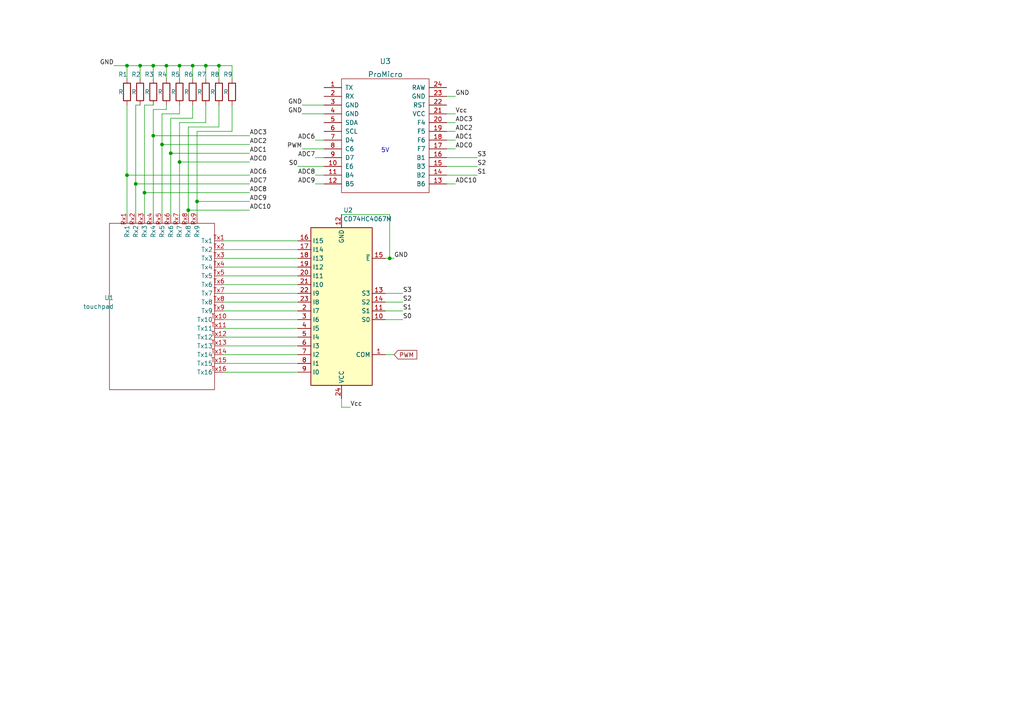
<source format=kicad_sch>
(kicad_sch (version 20211123) (generator eeschema)

  (uuid 13f36c5d-eaf0-4816-a8f0-e05f1446e7bc)

  (paper "A4")

  (lib_symbols
    (symbol "74xx:CD74HC4067M" (in_bom yes) (on_board yes)
      (property "Reference" "U" (id 0) (at -8.89 22.86 0)
        (effects (font (size 1.27 1.27)) (justify left))
      )
      (property "Value" "CD74HC4067M" (id 1) (at 1.27 22.86 0)
        (effects (font (size 1.27 1.27)) (justify left))
      )
      (property "Footprint" "Package_SO:SOIC-24W_7.5x15.4mm_P1.27mm" (id 2) (at 22.86 -25.4 0)
        (effects (font (size 1.27 1.27) italic) hide)
      )
      (property "Datasheet" "http://www.ti.com/lit/ds/symlink/cd74hc4067.pdf" (id 3) (at -8.89 21.59 0)
        (effects (font (size 1.27 1.27)) hide)
      )
      (property "ki_keywords" "multiplexer demultiplexer mux demux" (id 4) (at 0 0 0)
        (effects (font (size 1.27 1.27)) hide)
      )
      (property "ki_description" "High-Speed CMOS Logic 16-Channel Analog Multiplexer/Demultiplexer, SOIC-24" (id 5) (at 0 0 0)
        (effects (font (size 1.27 1.27)) hide)
      )
      (property "ki_fp_filters" "SOIC*W*7.5x15.4mm*P1.27mm*" (id 6) (at 0 0 0)
        (effects (font (size 1.27 1.27)) hide)
      )
      (symbol "CD74HC4067M_0_1"
        (rectangle (start -8.89 21.59) (end 8.89 -24.13)
          (stroke (width 0.254) (type default) (color 0 0 0 0))
          (fill (type background))
        )
      )
      (symbol "CD74HC4067M_1_1"
        (pin passive line (at -12.7 12.7 0) (length 3.81)
          (name "COM" (effects (font (size 1.27 1.27))))
          (number "1" (effects (font (size 1.27 1.27))))
        )
        (pin input line (at -12.7 2.54 0) (length 3.81)
          (name "S0" (effects (font (size 1.27 1.27))))
          (number "10" (effects (font (size 1.27 1.27))))
        )
        (pin input line (at -12.7 0 0) (length 3.81)
          (name "S1" (effects (font (size 1.27 1.27))))
          (number "11" (effects (font (size 1.27 1.27))))
        )
        (pin power_in line (at 0 -27.94 90) (length 3.81)
          (name "GND" (effects (font (size 1.27 1.27))))
          (number "12" (effects (font (size 1.27 1.27))))
        )
        (pin input line (at -12.7 -5.08 0) (length 3.81)
          (name "S3" (effects (font (size 1.27 1.27))))
          (number "13" (effects (font (size 1.27 1.27))))
        )
        (pin input line (at -12.7 -2.54 0) (length 3.81)
          (name "S2" (effects (font (size 1.27 1.27))))
          (number "14" (effects (font (size 1.27 1.27))))
        )
        (pin input line (at -12.7 -15.24 0) (length 3.81)
          (name "~{E}" (effects (font (size 1.27 1.27))))
          (number "15" (effects (font (size 1.27 1.27))))
        )
        (pin passive line (at 12.7 -20.32 180) (length 3.81)
          (name "I15" (effects (font (size 1.27 1.27))))
          (number "16" (effects (font (size 1.27 1.27))))
        )
        (pin passive line (at 12.7 -17.78 180) (length 3.81)
          (name "I14" (effects (font (size 1.27 1.27))))
          (number "17" (effects (font (size 1.27 1.27))))
        )
        (pin passive line (at 12.7 -15.24 180) (length 3.81)
          (name "I13" (effects (font (size 1.27 1.27))))
          (number "18" (effects (font (size 1.27 1.27))))
        )
        (pin passive line (at 12.7 -12.7 180) (length 3.81)
          (name "I12" (effects (font (size 1.27 1.27))))
          (number "19" (effects (font (size 1.27 1.27))))
        )
        (pin passive line (at 12.7 0 180) (length 3.81)
          (name "I7" (effects (font (size 1.27 1.27))))
          (number "2" (effects (font (size 1.27 1.27))))
        )
        (pin passive line (at 12.7 -10.16 180) (length 3.81)
          (name "I11" (effects (font (size 1.27 1.27))))
          (number "20" (effects (font (size 1.27 1.27))))
        )
        (pin passive line (at 12.7 -7.62 180) (length 3.81)
          (name "I10" (effects (font (size 1.27 1.27))))
          (number "21" (effects (font (size 1.27 1.27))))
        )
        (pin passive line (at 12.7 -5.08 180) (length 3.81)
          (name "I9" (effects (font (size 1.27 1.27))))
          (number "22" (effects (font (size 1.27 1.27))))
        )
        (pin passive line (at 12.7 -2.54 180) (length 3.81)
          (name "I8" (effects (font (size 1.27 1.27))))
          (number "23" (effects (font (size 1.27 1.27))))
        )
        (pin power_in line (at 0 25.4 270) (length 3.81)
          (name "VCC" (effects (font (size 1.27 1.27))))
          (number "24" (effects (font (size 1.27 1.27))))
        )
        (pin passive line (at 12.7 2.54 180) (length 3.81)
          (name "I6" (effects (font (size 1.27 1.27))))
          (number "3" (effects (font (size 1.27 1.27))))
        )
        (pin passive line (at 12.7 5.08 180) (length 3.81)
          (name "I5" (effects (font (size 1.27 1.27))))
          (number "4" (effects (font (size 1.27 1.27))))
        )
        (pin passive line (at 12.7 7.62 180) (length 3.81)
          (name "I4" (effects (font (size 1.27 1.27))))
          (number "5" (effects (font (size 1.27 1.27))))
        )
        (pin passive line (at 12.7 10.16 180) (length 3.81)
          (name "I3" (effects (font (size 1.27 1.27))))
          (number "6" (effects (font (size 1.27 1.27))))
        )
        (pin passive line (at 12.7 12.7 180) (length 3.81)
          (name "I2" (effects (font (size 1.27 1.27))))
          (number "7" (effects (font (size 1.27 1.27))))
        )
        (pin passive line (at 12.7 15.24 180) (length 3.81)
          (name "I1" (effects (font (size 1.27 1.27))))
          (number "8" (effects (font (size 1.27 1.27))))
        )
        (pin passive line (at 12.7 17.78 180) (length 3.81)
          (name "I0" (effects (font (size 1.27 1.27))))
          (number "9" (effects (font (size 1.27 1.27))))
        )
      )
    )
    (symbol "Device:R" (pin_numbers hide) (pin_names (offset 0)) (in_bom yes) (on_board yes)
      (property "Reference" "R" (id 0) (at 2.032 0 90)
        (effects (font (size 1.27 1.27)))
      )
      (property "Value" "R" (id 1) (at 0 0 90)
        (effects (font (size 1.27 1.27)))
      )
      (property "Footprint" "" (id 2) (at -1.778 0 90)
        (effects (font (size 1.27 1.27)) hide)
      )
      (property "Datasheet" "~" (id 3) (at 0 0 0)
        (effects (font (size 1.27 1.27)) hide)
      )
      (property "ki_keywords" "R res resistor" (id 4) (at 0 0 0)
        (effects (font (size 1.27 1.27)) hide)
      )
      (property "ki_description" "Resistor" (id 5) (at 0 0 0)
        (effects (font (size 1.27 1.27)) hide)
      )
      (property "ki_fp_filters" "R_*" (id 6) (at 0 0 0)
        (effects (font (size 1.27 1.27)) hide)
      )
      (symbol "R_0_1"
        (rectangle (start -1.016 -2.54) (end 1.016 2.54)
          (stroke (width 0.254) (type default) (color 0 0 0 0))
          (fill (type none))
        )
      )
      (symbol "R_1_1"
        (pin passive line (at 0 3.81 270) (length 1.27)
          (name "~" (effects (font (size 1.27 1.27))))
          (number "1" (effects (font (size 1.27 1.27))))
        )
        (pin passive line (at 0 -3.81 90) (length 1.27)
          (name "~" (effects (font (size 1.27 1.27))))
          (number "2" (effects (font (size 1.27 1.27))))
        )
      )
    )
    (symbol "promicro:ProMicro" (pin_names (offset 1.016)) (in_bom yes) (on_board yes)
      (property "Reference" "U" (id 0) (at 0 24.13 0)
        (effects (font (size 1.524 1.524)))
      )
      (property "Value" "ProMicro" (id 1) (at 0 -13.97 0)
        (effects (font (size 1.524 1.524)))
      )
      (property "Footprint" "" (id 2) (at 2.54 -26.67 0)
        (effects (font (size 1.524 1.524)))
      )
      (property "Datasheet" "" (id 3) (at 2.54 -26.67 0)
        (effects (font (size 1.524 1.524)))
      )
      (symbol "ProMicro_0_1"
        (rectangle (start -12.7 21.59) (end 12.7 -11.43)
          (stroke (width 0) (type default) (color 0 0 0 0))
          (fill (type none))
        )
      )
      (symbol "ProMicro_1_1"
        (pin bidirectional line (at -17.78 19.05 0) (length 5.08)
          (name "TX" (effects (font (size 1.27 1.27))))
          (number "1" (effects (font (size 1.27 1.27))))
        )
        (pin bidirectional line (at -17.78 -3.81 0) (length 5.08)
          (name "E6" (effects (font (size 1.27 1.27))))
          (number "10" (effects (font (size 1.27 1.27))))
        )
        (pin bidirectional line (at -17.78 -6.35 0) (length 5.08)
          (name "B4" (effects (font (size 1.27 1.27))))
          (number "11" (effects (font (size 1.27 1.27))))
        )
        (pin bidirectional line (at -17.78 -8.89 0) (length 5.08)
          (name "B5" (effects (font (size 1.27 1.27))))
          (number "12" (effects (font (size 1.27 1.27))))
        )
        (pin bidirectional line (at 17.78 -8.89 180) (length 5.08)
          (name "B6" (effects (font (size 1.27 1.27))))
          (number "13" (effects (font (size 1.27 1.27))))
        )
        (pin bidirectional line (at 17.78 -6.35 180) (length 5.08)
          (name "B2" (effects (font (size 1.27 1.27))))
          (number "14" (effects (font (size 1.27 1.27))))
        )
        (pin bidirectional line (at 17.78 -3.81 180) (length 5.08)
          (name "B3" (effects (font (size 1.27 1.27))))
          (number "15" (effects (font (size 1.27 1.27))))
        )
        (pin bidirectional line (at 17.78 -1.27 180) (length 5.08)
          (name "B1" (effects (font (size 1.27 1.27))))
          (number "16" (effects (font (size 1.27 1.27))))
        )
        (pin bidirectional line (at 17.78 1.27 180) (length 5.08)
          (name "F7" (effects (font (size 1.27 1.27))))
          (number "17" (effects (font (size 1.27 1.27))))
        )
        (pin bidirectional line (at 17.78 3.81 180) (length 5.08)
          (name "F6" (effects (font (size 1.27 1.27))))
          (number "18" (effects (font (size 1.27 1.27))))
        )
        (pin bidirectional line (at 17.78 6.35 180) (length 5.08)
          (name "F5" (effects (font (size 1.27 1.27))))
          (number "19" (effects (font (size 1.27 1.27))))
        )
        (pin bidirectional line (at -17.78 16.51 0) (length 5.08)
          (name "RX" (effects (font (size 1.27 1.27))))
          (number "2" (effects (font (size 1.27 1.27))))
        )
        (pin bidirectional line (at 17.78 8.89 180) (length 5.08)
          (name "F4" (effects (font (size 1.27 1.27))))
          (number "20" (effects (font (size 1.27 1.27))))
        )
        (pin power_in line (at 17.78 11.43 180) (length 5.08)
          (name "VCC" (effects (font (size 1.27 1.27))))
          (number "21" (effects (font (size 1.27 1.27))))
        )
        (pin input line (at 17.78 13.97 180) (length 5.08)
          (name "RST" (effects (font (size 1.27 1.27))))
          (number "22" (effects (font (size 1.27 1.27))))
        )
        (pin power_in line (at 17.78 16.51 180) (length 5.08)
          (name "GND" (effects (font (size 1.27 1.27))))
          (number "23" (effects (font (size 1.27 1.27))))
        )
        (pin power_out line (at 17.78 19.05 180) (length 5.08)
          (name "RAW" (effects (font (size 1.27 1.27))))
          (number "24" (effects (font (size 1.27 1.27))))
        )
        (pin power_in line (at -17.78 13.97 0) (length 5.08)
          (name "GND" (effects (font (size 1.27 1.27))))
          (number "3" (effects (font (size 1.27 1.27))))
        )
        (pin power_in line (at -17.78 11.43 0) (length 5.08)
          (name "GND" (effects (font (size 1.27 1.27))))
          (number "4" (effects (font (size 1.27 1.27))))
        )
        (pin bidirectional line (at -17.78 8.89 0) (length 5.08)
          (name "SDA" (effects (font (size 1.27 1.27))))
          (number "5" (effects (font (size 1.27 1.27))))
        )
        (pin bidirectional line (at -17.78 6.35 0) (length 5.08)
          (name "SCL" (effects (font (size 1.27 1.27))))
          (number "6" (effects (font (size 1.27 1.27))))
        )
        (pin bidirectional line (at -17.78 3.81 0) (length 5.08)
          (name "D4" (effects (font (size 1.27 1.27))))
          (number "7" (effects (font (size 1.27 1.27))))
        )
        (pin bidirectional line (at -17.78 1.27 0) (length 5.08)
          (name "C6" (effects (font (size 1.27 1.27))))
          (number "8" (effects (font (size 1.27 1.27))))
        )
        (pin bidirectional line (at -17.78 -1.27 0) (length 5.08)
          (name "D7" (effects (font (size 1.27 1.27))))
          (number "9" (effects (font (size 1.27 1.27))))
        )
      )
    )
    (symbol "touchpad_patten:touchpad" (in_bom yes) (on_board yes)
      (property "Reference" "U" (id 0) (at -16.51 -13.97 0)
        (effects (font (size 1.27 1.27)))
      )
      (property "Value" "touchpad" (id 1) (at -15.24 -16.51 0)
        (effects (font (size 1.27 1.27)))
      )
      (property "Footprint" "" (id 2) (at 15.24 0 0)
        (effects (font (size 1.27 1.27)) hide)
      )
      (property "Datasheet" "" (id 3) (at 15.24 0 0)
        (effects (font (size 1.27 1.27)) hide)
      )
      (symbol "touchpad_0_1"
        (rectangle (start -30.48 0) (end 0 -48.26)
          (stroke (width 0) (type default) (color 0 0 0 0))
          (fill (type none))
        )
      )
      (symbol "touchpad_1_1"
        (pin output line (at -25.4 2.54 270) (length 2.54)
          (name "Rx1" (effects (font (size 1.27 1.27))))
          (number "Rx1" (effects (font (size 1.27 1.27))))
        )
        (pin output line (at -22.86 2.54 270) (length 2.54)
          (name "Rx2" (effects (font (size 1.27 1.27))))
          (number "Rx2" (effects (font (size 1.27 1.27))))
        )
        (pin output line (at -20.32 2.54 270) (length 2.54)
          (name "Rx3" (effects (font (size 1.27 1.27))))
          (number "Rx3" (effects (font (size 1.27 1.27))))
        )
        (pin output line (at -17.78 2.54 270) (length 2.54)
          (name "Rx4" (effects (font (size 1.27 1.27))))
          (number "Rx4" (effects (font (size 1.27 1.27))))
        )
        (pin output line (at -15.24 2.54 270) (length 2.54)
          (name "Rx5" (effects (font (size 1.27 1.27))))
          (number "Rx5" (effects (font (size 1.27 1.27))))
        )
        (pin output line (at -12.7 2.54 270) (length 2.54)
          (name "Rx6" (effects (font (size 1.27 1.27))))
          (number "Rx6" (effects (font (size 1.27 1.27))))
        )
        (pin output line (at -10.16 2.54 270) (length 2.54)
          (name "Rx7" (effects (font (size 1.27 1.27))))
          (number "Rx7" (effects (font (size 1.27 1.27))))
        )
        (pin output line (at -7.62 2.54 270) (length 2.54)
          (name "Rx8" (effects (font (size 1.27 1.27))))
          (number "Rx8" (effects (font (size 1.27 1.27))))
        )
        (pin output line (at -5.08 2.54 270) (length 2.54)
          (name "Rx9" (effects (font (size 1.27 1.27))))
          (number "Rx9" (effects (font (size 1.27 1.27))))
        )
        (pin input line (at 2.54 -5.08 180) (length 2.54)
          (name "Tx1" (effects (font (size 1.27 1.27))))
          (number "Tx1" (effects (font (size 1.27 1.27))))
        )
        (pin input line (at 2.54 -27.94 180) (length 2.54)
          (name "Tx10" (effects (font (size 1.27 1.27))))
          (number "Tx10" (effects (font (size 1.27 1.27))))
        )
        (pin input line (at 2.54 -30.48 180) (length 2.54)
          (name "Tx11" (effects (font (size 1.27 1.27))))
          (number "Tx11" (effects (font (size 1.27 1.27))))
        )
        (pin input line (at 2.54 -33.02 180) (length 2.54)
          (name "Tx12" (effects (font (size 1.27 1.27))))
          (number "Tx12" (effects (font (size 1.27 1.27))))
        )
        (pin input line (at 2.54 -35.56 180) (length 2.54)
          (name "Tx13" (effects (font (size 1.27 1.27))))
          (number "Tx13" (effects (font (size 1.27 1.27))))
        )
        (pin input line (at 2.54 -38.1 180) (length 2.54)
          (name "Tx14" (effects (font (size 1.27 1.27))))
          (number "Tx14" (effects (font (size 1.27 1.27))))
        )
        (pin input line (at 2.54 -40.64 180) (length 2.54)
          (name "Tx15" (effects (font (size 1.27 1.27))))
          (number "Tx15" (effects (font (size 1.27 1.27))))
        )
        (pin input line (at 2.54 -43.18 180) (length 2.54)
          (name "Tx16" (effects (font (size 1.27 1.27))))
          (number "Tx16" (effects (font (size 1.27 1.27))))
        )
        (pin input line (at 2.54 -7.62 180) (length 2.54)
          (name "Tx2" (effects (font (size 1.27 1.27))))
          (number "Tx2" (effects (font (size 1.27 1.27))))
        )
        (pin input line (at 2.54 -10.16 180) (length 2.54)
          (name "Tx3" (effects (font (size 1.27 1.27))))
          (number "Tx3" (effects (font (size 1.27 1.27))))
        )
        (pin input line (at 2.54 -12.7 180) (length 2.54)
          (name "Tx4" (effects (font (size 1.27 1.27))))
          (number "Tx4" (effects (font (size 1.27 1.27))))
        )
        (pin input line (at 2.54 -15.24 180) (length 2.54)
          (name "Tx5" (effects (font (size 1.27 1.27))))
          (number "Tx5" (effects (font (size 1.27 1.27))))
        )
        (pin input line (at 2.54 -17.78 180) (length 2.54)
          (name "Tx6" (effects (font (size 1.27 1.27))))
          (number "Tx6" (effects (font (size 1.27 1.27))))
        )
        (pin input line (at 2.54 -20.32 180) (length 2.54)
          (name "Tx7" (effects (font (size 1.27 1.27))))
          (number "Tx7" (effects (font (size 1.27 1.27))))
        )
        (pin input line (at 2.54 -22.86 180) (length 2.54)
          (name "Tx8" (effects (font (size 1.27 1.27))))
          (number "Tx8" (effects (font (size 1.27 1.27))))
        )
        (pin input line (at 2.54 -25.4 180) (length 2.54)
          (name "Tx9" (effects (font (size 1.27 1.27))))
          (number "Tx9" (effects (font (size 1.27 1.27))))
        )
      )
    )
  )

  (junction (at 39.37 53.34) (diameter 0) (color 0 0 0 0)
    (uuid 0ae44261-0d97-4b3c-8920-0411f67ef10a)
  )
  (junction (at 44.45 19.05) (diameter 0) (color 0 0 0 0)
    (uuid 0b3e603c-f9a4-49b0-815b-885cbb9f9d8d)
  )
  (junction (at 49.53 44.45) (diameter 0) (color 0 0 0 0)
    (uuid 116f0727-e62a-4ab5-be7e-8462f9a21719)
  )
  (junction (at 57.15 58.42) (diameter 0) (color 0 0 0 0)
    (uuid 16cbadb2-9f99-4156-a54a-08cd119e84b2)
  )
  (junction (at 54.61 60.96) (diameter 0) (color 0 0 0 0)
    (uuid 1a24353b-a4dc-4ebe-be96-25ac1880f902)
  )
  (junction (at 59.69 19.05) (diameter 0) (color 0 0 0 0)
    (uuid 2a1b1eed-9edb-40de-9ca6-1841316130d4)
  )
  (junction (at 36.83 50.8) (diameter 0) (color 0 0 0 0)
    (uuid 40251ebd-2c59-4de3-ac26-44e1f2e589cb)
  )
  (junction (at 52.07 19.05) (diameter 0) (color 0 0 0 0)
    (uuid 54572172-af0a-4964-8e96-21021166387e)
  )
  (junction (at 55.88 19.05) (diameter 0) (color 0 0 0 0)
    (uuid 5fe52df5-17e5-4ff4-a28b-468311d77336)
  )
  (junction (at 52.07 46.99) (diameter 0) (color 0 0 0 0)
    (uuid 626e86aa-2b01-4681-90ae-245cfa28d87c)
  )
  (junction (at 36.83 19.05) (diameter 0) (color 0 0 0 0)
    (uuid 639c081a-72d4-437f-b85a-5cce9ff6f8aa)
  )
  (junction (at 46.99 41.91) (diameter 0) (color 0 0 0 0)
    (uuid 6839903e-b681-4ff5-b272-470d6586a655)
  )
  (junction (at 113.03 74.93) (diameter 0) (color 0 0 0 0)
    (uuid 6be85b98-5950-4493-8b0f-4ae08b27f34d)
  )
  (junction (at 44.45 39.37) (diameter 0) (color 0 0 0 0)
    (uuid 6d2f9489-72a0-4cfb-bb7f-5db3570f32c5)
  )
  (junction (at 40.64 19.05) (diameter 0) (color 0 0 0 0)
    (uuid 813c91e9-2267-4df9-b166-d26f32327a5f)
  )
  (junction (at 48.26 19.05) (diameter 0) (color 0 0 0 0)
    (uuid a03f3080-912d-41a4-9d8e-48e8b0956da0)
  )
  (junction (at 63.5 19.05) (diameter 0) (color 0 0 0 0)
    (uuid e40eeda0-6847-4305-ab1c-a33b858d4a7d)
  )
  (junction (at 41.91 55.88) (diameter 0) (color 0 0 0 0)
    (uuid ee689f75-7983-4766-958a-1afa33a1412b)
  )

  (wire (pts (xy 99.06 62.23) (xy 113.03 62.23))
    (stroke (width 0) (type default) (color 0 0 0 0))
    (uuid 02265acb-cfba-45f7-b65b-80904e1bfc2a)
  )
  (wire (pts (xy 64.77 90.17) (xy 86.36 90.17))
    (stroke (width 0) (type default) (color 0 0 0 0))
    (uuid 02ba4dce-adb4-4332-acdc-8b93b57ee307)
  )
  (wire (pts (xy 52.07 46.99) (xy 52.07 62.23))
    (stroke (width 0) (type default) (color 0 0 0 0))
    (uuid 035e277d-c021-44b4-b0a5-eeb8c733850d)
  )
  (wire (pts (xy 49.53 44.45) (xy 49.53 62.23))
    (stroke (width 0) (type default) (color 0 0 0 0))
    (uuid 0482a754-5d9e-4faa-b340-0a1960b68884)
  )
  (wire (pts (xy 64.77 74.93) (xy 86.36 74.93))
    (stroke (width 0) (type default) (color 0 0 0 0))
    (uuid 073539ac-637f-492b-8cd1-ce6d53c3f54a)
  )
  (wire (pts (xy 44.45 19.05) (xy 48.26 19.05))
    (stroke (width 0) (type default) (color 0 0 0 0))
    (uuid 0b246449-5a1d-497b-ac5e-952d9cece92d)
  )
  (wire (pts (xy 41.91 30.48) (xy 44.45 30.48))
    (stroke (width 0) (type default) (color 0 0 0 0))
    (uuid 0b8b82c8-7c56-4a05-8f27-5d129405a40e)
  )
  (wire (pts (xy 64.77 105.41) (xy 86.36 105.41))
    (stroke (width 0) (type default) (color 0 0 0 0))
    (uuid 122383d7-6258-4928-8694-952af57caa92)
  )
  (wire (pts (xy 44.45 19.05) (xy 44.45 22.86))
    (stroke (width 0) (type default) (color 0 0 0 0))
    (uuid 133a0c3b-b5b0-4413-85fd-1b05afc7d0d4)
  )
  (wire (pts (xy 91.44 50.8) (xy 93.98 50.8))
    (stroke (width 0) (type default) (color 0 0 0 0))
    (uuid 13c37377-3697-4bee-8c11-f96fc6656099)
  )
  (wire (pts (xy 64.77 107.95) (xy 86.36 107.95))
    (stroke (width 0) (type default) (color 0 0 0 0))
    (uuid 162195dc-a97f-4afb-b620-9cb85c8dfa0f)
  )
  (wire (pts (xy 48.26 19.05) (xy 52.07 19.05))
    (stroke (width 0) (type default) (color 0 0 0 0))
    (uuid 1af684e9-1a4f-4e97-bbcd-5a503ead2ff2)
  )
  (wire (pts (xy 99.06 118.11) (xy 99.06 115.57))
    (stroke (width 0) (type default) (color 0 0 0 0))
    (uuid 1c150a8b-c37f-4d65-83d0-15eea08d5290)
  )
  (wire (pts (xy 46.99 41.91) (xy 46.99 62.23))
    (stroke (width 0) (type default) (color 0 0 0 0))
    (uuid 1c79462e-7997-4c7f-9a68-246375d617f7)
  )
  (wire (pts (xy 72.39 55.88) (xy 41.91 55.88))
    (stroke (width 0) (type default) (color 0 0 0 0))
    (uuid 1d602004-0fde-4208-9090-cef2b1ca7f0e)
  )
  (wire (pts (xy 64.77 95.25) (xy 86.36 95.25))
    (stroke (width 0) (type default) (color 0 0 0 0))
    (uuid 1e50cf11-abde-48f8-b587-ba27273ed1ac)
  )
  (wire (pts (xy 99.06 118.11) (xy 101.6 118.11))
    (stroke (width 0) (type default) (color 0 0 0 0))
    (uuid 1e753e4c-af48-40f8-af30-20257dee69f0)
  )
  (wire (pts (xy 111.76 74.93) (xy 113.03 74.93))
    (stroke (width 0) (type default) (color 0 0 0 0))
    (uuid 266fb73a-f2a2-4fc9-a4e0-3f2392d5f7bd)
  )
  (wire (pts (xy 52.07 35.56) (xy 59.69 35.56))
    (stroke (width 0) (type default) (color 0 0 0 0))
    (uuid 27216d00-27b3-45ca-95e7-6018c713aa0f)
  )
  (wire (pts (xy 36.83 50.8) (xy 36.83 62.23))
    (stroke (width 0) (type default) (color 0 0 0 0))
    (uuid 2a05f5fb-1617-41cb-a74b-4df6e4fdf02c)
  )
  (wire (pts (xy 91.44 45.72) (xy 93.98 45.72))
    (stroke (width 0) (type default) (color 0 0 0 0))
    (uuid 2b412de8-60e2-4ebf-8ed0-d36f82f6659e)
  )
  (wire (pts (xy 67.31 19.05) (xy 67.31 22.86))
    (stroke (width 0) (type default) (color 0 0 0 0))
    (uuid 2c2dbfc6-02fd-4d0e-82db-5c581dff8048)
  )
  (wire (pts (xy 40.64 30.48) (xy 39.37 30.48))
    (stroke (width 0) (type default) (color 0 0 0 0))
    (uuid 3058f26d-fa7a-4530-8d75-4b3419106677)
  )
  (wire (pts (xy 54.61 60.96) (xy 54.61 62.23))
    (stroke (width 0) (type default) (color 0 0 0 0))
    (uuid 32e6c4ec-dbce-4dd0-8eb1-dd58690b8cfe)
  )
  (wire (pts (xy 52.07 46.99) (xy 72.39 46.99))
    (stroke (width 0) (type default) (color 0 0 0 0))
    (uuid 363fdcf9-2ab7-47f8-be58-df98689b8d25)
  )
  (wire (pts (xy 36.83 19.05) (xy 36.83 22.86))
    (stroke (width 0) (type default) (color 0 0 0 0))
    (uuid 37a724c2-f907-4ce8-838a-5c5c5a2bd99e)
  )
  (wire (pts (xy 64.77 97.79) (xy 86.36 97.79))
    (stroke (width 0) (type default) (color 0 0 0 0))
    (uuid 4214ed7d-03f0-48d8-b536-edf67ec81109)
  )
  (wire (pts (xy 59.69 19.05) (xy 63.5 19.05))
    (stroke (width 0) (type default) (color 0 0 0 0))
    (uuid 45d99877-6dc5-48ca-a0e4-74d7a62ca8c4)
  )
  (wire (pts (xy 44.45 39.37) (xy 72.39 39.37))
    (stroke (width 0) (type default) (color 0 0 0 0))
    (uuid 48f5e6d8-a6a3-4b59-afcc-74e051c3f30e)
  )
  (wire (pts (xy 63.5 19.05) (xy 63.5 22.86))
    (stroke (width 0) (type default) (color 0 0 0 0))
    (uuid 4cde2af1-0672-4555-a2f8-83e38662a782)
  )
  (wire (pts (xy 64.77 100.33) (xy 86.36 100.33))
    (stroke (width 0) (type default) (color 0 0 0 0))
    (uuid 4fb795fe-abf4-4f48-8c3a-cf4f56312eea)
  )
  (wire (pts (xy 40.64 19.05) (xy 44.45 19.05))
    (stroke (width 0) (type default) (color 0 0 0 0))
    (uuid 501695c0-dc5e-4635-b31e-60fddb213d17)
  )
  (wire (pts (xy 44.45 31.75) (xy 44.45 39.37))
    (stroke (width 0) (type default) (color 0 0 0 0))
    (uuid 54be1f35-24a8-4cfc-a390-83b4f1bceccf)
  )
  (wire (pts (xy 52.07 19.05) (xy 52.07 22.86))
    (stroke (width 0) (type default) (color 0 0 0 0))
    (uuid 551a20a7-d37d-476e-97d3-f108e3650ab3)
  )
  (wire (pts (xy 64.77 80.01) (xy 86.36 80.01))
    (stroke (width 0) (type default) (color 0 0 0 0))
    (uuid 57c66011-1821-4f90-a754-3a3acae41ad2)
  )
  (wire (pts (xy 39.37 53.34) (xy 72.39 53.34))
    (stroke (width 0) (type default) (color 0 0 0 0))
    (uuid 599de5af-a4ba-4b9d-911a-de589d0f1219)
  )
  (wire (pts (xy 91.44 53.34) (xy 93.98 53.34))
    (stroke (width 0) (type default) (color 0 0 0 0))
    (uuid 5bab0220-fc22-4e68-a0bb-a12d31aeb5db)
  )
  (wire (pts (xy 46.99 41.91) (xy 72.39 41.91))
    (stroke (width 0) (type default) (color 0 0 0 0))
    (uuid 5c02d952-a701-423d-9d59-f7c936f2e220)
  )
  (wire (pts (xy 111.76 102.87) (xy 114.3 102.87))
    (stroke (width 0) (type default) (color 0 0 0 0))
    (uuid 5e894210-c714-46c4-8bd8-9865e52ae4f1)
  )
  (wire (pts (xy 33.02 19.05) (xy 36.83 19.05))
    (stroke (width 0) (type default) (color 0 0 0 0))
    (uuid 6135bc37-714f-42a4-bf05-dbefdafb0c7f)
  )
  (wire (pts (xy 54.61 36.83) (xy 63.5 36.83))
    (stroke (width 0) (type default) (color 0 0 0 0))
    (uuid 62b8aefa-5f80-4b8b-a329-41e9dc74a20d)
  )
  (wire (pts (xy 55.88 19.05) (xy 59.69 19.05))
    (stroke (width 0) (type default) (color 0 0 0 0))
    (uuid 6314db23-a51e-466f-b7ee-b56c0c80015f)
  )
  (wire (pts (xy 63.5 19.05) (xy 67.31 19.05))
    (stroke (width 0) (type default) (color 0 0 0 0))
    (uuid 65ae820c-acdc-40aa-8538-1778b38795cb)
  )
  (wire (pts (xy 57.15 38.1) (xy 67.31 38.1))
    (stroke (width 0) (type default) (color 0 0 0 0))
    (uuid 695e14c7-cfa5-4df7-8e58-3c8263dca5ec)
  )
  (wire (pts (xy 64.77 87.63) (xy 86.36 87.63))
    (stroke (width 0) (type default) (color 0 0 0 0))
    (uuid 6a2e5c25-36c2-49be-a8ab-a6137cb31374)
  )
  (wire (pts (xy 48.26 31.75) (xy 44.45 31.75))
    (stroke (width 0) (type default) (color 0 0 0 0))
    (uuid 6a688a80-41bd-4ca2-a964-5d590bfdfa7a)
  )
  (wire (pts (xy 49.53 44.45) (xy 72.39 44.45))
    (stroke (width 0) (type default) (color 0 0 0 0))
    (uuid 6f16e585-c7c0-4903-ac10-d8616244b37c)
  )
  (wire (pts (xy 55.88 19.05) (xy 55.88 22.86))
    (stroke (width 0) (type default) (color 0 0 0 0))
    (uuid 72520104-7317-4c50-823e-7f83a36c0471)
  )
  (wire (pts (xy 55.88 30.48) (xy 55.88 34.29))
    (stroke (width 0) (type default) (color 0 0 0 0))
    (uuid 7324a346-1e51-43e5-9254-5985aaebc6c5)
  )
  (wire (pts (xy 87.63 30.48) (xy 93.98 30.48))
    (stroke (width 0) (type default) (color 0 0 0 0))
    (uuid 7a55cc01-66e6-4005-8ca9-72bce6c93faa)
  )
  (wire (pts (xy 40.64 19.05) (xy 40.64 22.86))
    (stroke (width 0) (type default) (color 0 0 0 0))
    (uuid 7d996ab1-9052-44f9-a8df-0298562dd9e4)
  )
  (wire (pts (xy 59.69 19.05) (xy 59.69 22.86))
    (stroke (width 0) (type default) (color 0 0 0 0))
    (uuid 7df2e12f-0f5d-40e1-a00d-c4cac11089b2)
  )
  (wire (pts (xy 36.83 50.8) (xy 72.39 50.8))
    (stroke (width 0) (type default) (color 0 0 0 0))
    (uuid 83a259f8-8cfd-4a60-9cf4-f3dd93f75a25)
  )
  (wire (pts (xy 111.76 87.63) (xy 116.84 87.63))
    (stroke (width 0) (type default) (color 0 0 0 0))
    (uuid 84a17894-a556-423d-864e-89bdeb3ba010)
  )
  (wire (pts (xy 55.88 34.29) (xy 49.53 34.29))
    (stroke (width 0) (type default) (color 0 0 0 0))
    (uuid 8df04caa-22c9-4664-aa0a-b843b39963d1)
  )
  (wire (pts (xy 113.03 62.23) (xy 113.03 74.93))
    (stroke (width 0) (type default) (color 0 0 0 0))
    (uuid 8f2c54b0-66ae-4e7c-866b-69257384dd2a)
  )
  (wire (pts (xy 54.61 36.83) (xy 54.61 60.96))
    (stroke (width 0) (type default) (color 0 0 0 0))
    (uuid 8f89b949-ba07-4bbf-9cd2-45d9fbd56b1a)
  )
  (wire (pts (xy 111.76 85.09) (xy 116.84 85.09))
    (stroke (width 0) (type default) (color 0 0 0 0))
    (uuid 8f8c262a-8296-41cd-892b-a59856145cce)
  )
  (wire (pts (xy 52.07 35.56) (xy 52.07 46.99))
    (stroke (width 0) (type default) (color 0 0 0 0))
    (uuid 8fe6b8de-18d4-4808-a229-d167e564c223)
  )
  (wire (pts (xy 48.26 19.05) (xy 48.26 22.86))
    (stroke (width 0) (type default) (color 0 0 0 0))
    (uuid 90bb1468-ef8a-4b59-abf3-bb31a1c79c09)
  )
  (wire (pts (xy 129.54 35.56) (xy 132.08 35.56))
    (stroke (width 0) (type default) (color 0 0 0 0))
    (uuid 91f0f5fa-0fbb-491d-9d18-245a8bf22675)
  )
  (wire (pts (xy 41.91 55.88) (xy 41.91 62.23))
    (stroke (width 0) (type default) (color 0 0 0 0))
    (uuid 9275d104-2600-43ac-b80b-de80ca25380f)
  )
  (wire (pts (xy 64.77 77.47) (xy 86.36 77.47))
    (stroke (width 0) (type default) (color 0 0 0 0))
    (uuid 9326c917-2811-4cec-9c2c-b6c2d0350a9f)
  )
  (wire (pts (xy 52.07 30.48) (xy 52.07 33.02))
    (stroke (width 0) (type default) (color 0 0 0 0))
    (uuid 93a0c167-c008-4921-922e-8871a61c49dc)
  )
  (wire (pts (xy 39.37 53.34) (xy 39.37 62.23))
    (stroke (width 0) (type default) (color 0 0 0 0))
    (uuid 9454fa6c-d9e1-45a4-8673-fbfdb1908b70)
  )
  (wire (pts (xy 36.83 30.48) (xy 36.83 50.8))
    (stroke (width 0) (type default) (color 0 0 0 0))
    (uuid 961e8a05-877b-4d04-8f4a-38ba89dff9dd)
  )
  (wire (pts (xy 129.54 27.94) (xy 132.08 27.94))
    (stroke (width 0) (type default) (color 0 0 0 0))
    (uuid 9bc2d67a-de18-4b29-8ff1-44c37c28fbfa)
  )
  (wire (pts (xy 87.63 33.02) (xy 93.98 33.02))
    (stroke (width 0) (type default) (color 0 0 0 0))
    (uuid 9e73354b-efe7-489e-9bf0-31168c3b1c38)
  )
  (wire (pts (xy 129.54 53.34) (xy 132.08 53.34))
    (stroke (width 0) (type default) (color 0 0 0 0))
    (uuid a13861d3-4751-4d50-b9fc-276ae5ba87f6)
  )
  (wire (pts (xy 59.69 30.48) (xy 59.69 35.56))
    (stroke (width 0) (type default) (color 0 0 0 0))
    (uuid a472ae42-7fe7-4bd1-86a2-92348d6df14e)
  )
  (wire (pts (xy 39.37 30.48) (xy 39.37 53.34))
    (stroke (width 0) (type default) (color 0 0 0 0))
    (uuid a47b5e0e-7103-4bee-b25d-a44db2c15b43)
  )
  (wire (pts (xy 52.07 19.05) (xy 55.88 19.05))
    (stroke (width 0) (type default) (color 0 0 0 0))
    (uuid a7bda98a-cb04-4aa5-a6d8-c8b5352bcab2)
  )
  (wire (pts (xy 48.26 30.48) (xy 48.26 31.75))
    (stroke (width 0) (type default) (color 0 0 0 0))
    (uuid a8c1fa87-dc82-42d2-8408-d61b8b20f462)
  )
  (wire (pts (xy 63.5 30.48) (xy 63.5 36.83))
    (stroke (width 0) (type default) (color 0 0 0 0))
    (uuid aae45d57-0c88-431e-9304-984664977866)
  )
  (wire (pts (xy 57.15 58.42) (xy 72.39 58.42))
    (stroke (width 0) (type default) (color 0 0 0 0))
    (uuid add2c114-0dd4-45ef-a950-d912518fd928)
  )
  (wire (pts (xy 64.77 72.39) (xy 86.36 72.39))
    (stroke (width 0) (type default) (color 0 0 0 0))
    (uuid b872628a-ee0d-4055-b284-470771ce287a)
  )
  (wire (pts (xy 91.44 40.64) (xy 93.98 40.64))
    (stroke (width 0) (type default) (color 0 0 0 0))
    (uuid ba3f5b94-5c6c-49cd-be87-8b26b58b1b2b)
  )
  (wire (pts (xy 64.77 102.87) (xy 86.36 102.87))
    (stroke (width 0) (type default) (color 0 0 0 0))
    (uuid bb426282-7a6b-43be-90a8-c7b52120df81)
  )
  (wire (pts (xy 54.61 60.96) (xy 72.39 60.96))
    (stroke (width 0) (type default) (color 0 0 0 0))
    (uuid bc870d86-0a85-4280-a982-c51999f2af8a)
  )
  (wire (pts (xy 64.77 82.55) (xy 86.36 82.55))
    (stroke (width 0) (type default) (color 0 0 0 0))
    (uuid bce334d8-f42f-47ba-b936-e02a8d322104)
  )
  (wire (pts (xy 64.77 69.85) (xy 86.36 69.85))
    (stroke (width 0) (type default) (color 0 0 0 0))
    (uuid c2cb0657-5eb7-4da9-8d3f-2a519e4ac29e)
  )
  (wire (pts (xy 129.54 40.64) (xy 132.08 40.64))
    (stroke (width 0) (type default) (color 0 0 0 0))
    (uuid c450f6ce-ae65-432f-a391-125daff33b81)
  )
  (wire (pts (xy 64.77 85.09) (xy 86.36 85.09))
    (stroke (width 0) (type default) (color 0 0 0 0))
    (uuid c55bdf15-4320-41a8-a886-9b78010a47b9)
  )
  (wire (pts (xy 129.54 38.1) (xy 132.08 38.1))
    (stroke (width 0) (type default) (color 0 0 0 0))
    (uuid c9c5a3ca-9c4a-4913-834d-f6d58759778a)
  )
  (wire (pts (xy 111.76 92.71) (xy 116.84 92.71))
    (stroke (width 0) (type default) (color 0 0 0 0))
    (uuid d1f2be47-57ec-4f11-9edb-c508253283c3)
  )
  (wire (pts (xy 36.83 19.05) (xy 40.64 19.05))
    (stroke (width 0) (type default) (color 0 0 0 0))
    (uuid d48b1a6a-7a13-403e-8190-62e4c5f7a5b2)
  )
  (wire (pts (xy 57.15 38.1) (xy 57.15 58.42))
    (stroke (width 0) (type default) (color 0 0 0 0))
    (uuid d642ec6a-428c-4ea7-a669-7f98a4af54ec)
  )
  (wire (pts (xy 129.54 45.72) (xy 138.43 45.72))
    (stroke (width 0) (type default) (color 0 0 0 0))
    (uuid da241ac5-4423-4b88-819d-607d4caf1527)
  )
  (wire (pts (xy 129.54 43.18) (xy 132.08 43.18))
    (stroke (width 0) (type default) (color 0 0 0 0))
    (uuid dcf333d8-6c00-4dbe-acf4-df5f467330df)
  )
  (wire (pts (xy 44.45 39.37) (xy 44.45 62.23))
    (stroke (width 0) (type default) (color 0 0 0 0))
    (uuid dd19febe-0404-4c9e-8319-1b91e7196802)
  )
  (wire (pts (xy 46.99 33.02) (xy 46.99 41.91))
    (stroke (width 0) (type default) (color 0 0 0 0))
    (uuid dfd5597b-c285-4609-b840-fcb2417179a5)
  )
  (wire (pts (xy 49.53 34.29) (xy 49.53 44.45))
    (stroke (width 0) (type default) (color 0 0 0 0))
    (uuid e5cd81fd-66ea-4f99-8c0f-961fe0a9eacb)
  )
  (wire (pts (xy 113.03 74.93) (xy 114.3 74.93))
    (stroke (width 0) (type default) (color 0 0 0 0))
    (uuid e64f8d5c-5673-4289-b9fd-4c46f59566ee)
  )
  (wire (pts (xy 129.54 33.02) (xy 132.08 33.02))
    (stroke (width 0) (type default) (color 0 0 0 0))
    (uuid e69b25db-bf72-42ce-a1e8-dfc628028f86)
  )
  (wire (pts (xy 129.54 48.26) (xy 138.43 48.26))
    (stroke (width 0) (type default) (color 0 0 0 0))
    (uuid e7393576-13cd-4ca1-8dec-28d081ce0dd9)
  )
  (wire (pts (xy 87.63 43.18) (xy 93.98 43.18))
    (stroke (width 0) (type default) (color 0 0 0 0))
    (uuid e99c8c53-d82f-4298-94bc-172c7a18a0d9)
  )
  (wire (pts (xy 67.31 30.48) (xy 67.31 38.1))
    (stroke (width 0) (type default) (color 0 0 0 0))
    (uuid eb117ffe-6481-47ee-ad6b-82a5662bb1ad)
  )
  (wire (pts (xy 52.07 33.02) (xy 46.99 33.02))
    (stroke (width 0) (type default) (color 0 0 0 0))
    (uuid ec31bd2f-ea31-41af-a427-45f6c2dfff05)
  )
  (wire (pts (xy 129.54 50.8) (xy 138.43 50.8))
    (stroke (width 0) (type default) (color 0 0 0 0))
    (uuid ed1a0e43-c934-428c-9d9a-74c2fdf1fa76)
  )
  (wire (pts (xy 86.36 48.26) (xy 93.98 48.26))
    (stroke (width 0) (type default) (color 0 0 0 0))
    (uuid f0b8e6f5-6606-4331-8742-5510687a486f)
  )
  (wire (pts (xy 41.91 30.48) (xy 41.91 55.88))
    (stroke (width 0) (type default) (color 0 0 0 0))
    (uuid f0dd9101-f245-4cdd-9fb3-7479c9199d4b)
  )
  (wire (pts (xy 111.76 90.17) (xy 116.84 90.17))
    (stroke (width 0) (type default) (color 0 0 0 0))
    (uuid fbb47cab-e292-4ddc-ac3a-0683c1dbd29f)
  )
  (wire (pts (xy 57.15 58.42) (xy 57.15 62.23))
    (stroke (width 0) (type default) (color 0 0 0 0))
    (uuid fc90cf01-bda9-464c-b3a2-711073ce082a)
  )
  (wire (pts (xy 64.77 92.71) (xy 86.36 92.71))
    (stroke (width 0) (type default) (color 0 0 0 0))
    (uuid fd01fcd6-598a-4582-8889-5bbe7c9f8fbc)
  )

  (text "5V" (at 110.49 44.45 0)
    (effects (font (size 1.27 1.27)) (justify left bottom))
    (uuid 2cd37a14-e394-411b-b3a1-f082a6d148c6)
  )

  (label "S1" (at 138.43 50.8 0)
    (effects (font (size 1.27 1.27)) (justify left bottom))
    (uuid 09b16ab3-7d1c-4f19-a29c-27614fdd4923)
  )
  (label "ADC6" (at 72.39 50.8 0)
    (effects (font (size 1.27 1.27)) (justify left bottom))
    (uuid 127464ab-0edb-4e96-b15e-f00b225f5b90)
  )
  (label "ADC6" (at 91.44 40.64 180)
    (effects (font (size 1.27 1.27)) (justify right bottom))
    (uuid 2fccac68-cee6-49a7-99a2-d1321c9113eb)
  )
  (label "GND" (at 87.63 33.02 180)
    (effects (font (size 1.27 1.27)) (justify right bottom))
    (uuid 31e52c84-8e77-4944-b890-b0570bf189d8)
  )
  (label "Vcc" (at 132.08 33.02 0)
    (effects (font (size 1.27 1.27)) (justify left bottom))
    (uuid 358e254d-c51b-4753-bc06-274eedf92134)
  )
  (label "S0" (at 86.36 48.26 180)
    (effects (font (size 1.27 1.27)) (justify right bottom))
    (uuid 35cbc9d7-96f1-4dfd-938d-2b0c5f4efc29)
  )
  (label "PWM" (at 87.63 43.18 180)
    (effects (font (size 1.27 1.27)) (justify right bottom))
    (uuid 3fe08742-f3b5-42ac-a011-256b3f6fc5d6)
  )
  (label "ADC10" (at 72.39 60.96 0)
    (effects (font (size 1.27 1.27)) (justify left bottom))
    (uuid 4869548b-0d20-4f4e-8035-10a03585335d)
  )
  (label "S2" (at 116.84 87.63 0)
    (effects (font (size 1.27 1.27)) (justify left bottom))
    (uuid 4ace3250-a646-43d1-8593-2eb53e2c5515)
  )
  (label "ADC8" (at 91.44 50.8 180)
    (effects (font (size 1.27 1.27)) (justify right bottom))
    (uuid 4f80deb9-10e0-4dc4-b2f6-0a5f13ba02f2)
  )
  (label "S3" (at 116.84 85.09 0)
    (effects (font (size 1.27 1.27)) (justify left bottom))
    (uuid 722755d5-9622-4a53-b6e4-f0d7aa1e2863)
  )
  (label "ADC3" (at 132.08 35.56 0)
    (effects (font (size 1.27 1.27)) (justify left bottom))
    (uuid 72b86ef2-64ec-4d6c-b5cb-52fbb6030e4f)
  )
  (label "ADC9" (at 72.39 58.42 0)
    (effects (font (size 1.27 1.27)) (justify left bottom))
    (uuid 72ec73df-0229-4731-a402-bacd5213d252)
  )
  (label "GND" (at 114.3 74.93 0)
    (effects (font (size 1.27 1.27)) (justify left bottom))
    (uuid 745055d1-2205-4a44-83b4-932125a269f4)
  )
  (label "S2" (at 138.43 48.26 0)
    (effects (font (size 1.27 1.27)) (justify left bottom))
    (uuid 7fe13889-1a11-42fa-bdd7-dd512ba41adf)
  )
  (label "Vcc" (at 101.6 118.11 0)
    (effects (font (size 1.27 1.27)) (justify left bottom))
    (uuid 88dc0495-57df-4362-bae8-d885002727a9)
  )
  (label "ADC0" (at 72.39 46.99 0)
    (effects (font (size 1.27 1.27)) (justify left bottom))
    (uuid 899d4cdf-8e1f-472a-aa08-afc2efebaf8e)
  )
  (label "ADC2" (at 132.08 38.1 0)
    (effects (font (size 1.27 1.27)) (justify left bottom))
    (uuid 8c2a6289-4010-40fe-9864-5a6d5e0f45a1)
  )
  (label "ADC1" (at 72.39 44.45 0)
    (effects (font (size 1.27 1.27)) (justify left bottom))
    (uuid 977cdd0a-e5ff-4e99-a9c2-728b73416604)
  )
  (label "ADC7" (at 72.39 53.34 0)
    (effects (font (size 1.27 1.27)) (justify left bottom))
    (uuid 996a8105-2c97-433a-8255-4ca62a28d3e3)
  )
  (label "ADC10" (at 132.08 53.34 0)
    (effects (font (size 1.27 1.27)) (justify left bottom))
    (uuid a1c6626e-80a3-4d0f-80af-04a35e9d3849)
  )
  (label "S0" (at 116.84 92.71 0)
    (effects (font (size 1.27 1.27)) (justify left bottom))
    (uuid a282db9d-e8dc-473b-be55-7242788b6e18)
  )
  (label "ADC3" (at 72.39 39.37 0)
    (effects (font (size 1.27 1.27)) (justify left bottom))
    (uuid acd16828-6289-4fde-b6ed-86f10e483f35)
  )
  (label "GND" (at 33.02 19.05 180)
    (effects (font (size 1.27 1.27)) (justify right bottom))
    (uuid c2d4380e-501f-43b7-a640-f9a7a1951cb6)
  )
  (label "ADC0" (at 132.08 43.18 0)
    (effects (font (size 1.27 1.27)) (justify left bottom))
    (uuid c34ca47e-8da9-4506-88cd-797ed5902a7c)
  )
  (label "GND" (at 87.63 30.48 180)
    (effects (font (size 1.27 1.27)) (justify right bottom))
    (uuid c3c63c6a-aa00-46a3-9f47-7e6255db0568)
  )
  (label "ADC7" (at 91.44 45.72 180)
    (effects (font (size 1.27 1.27)) (justify right bottom))
    (uuid c95b7fa8-04e4-4c9e-a09e-9b286297d03b)
  )
  (label "S3" (at 138.43 45.72 0)
    (effects (font (size 1.27 1.27)) (justify left bottom))
    (uuid cde1a6db-19c5-4cf5-8b43-e15d49ed1a76)
  )
  (label "ADC1" (at 132.08 40.64 0)
    (effects (font (size 1.27 1.27)) (justify left bottom))
    (uuid dd17eae8-b14f-4615-9403-b2d9f29a4374)
  )
  (label "S1" (at 116.84 90.17 0)
    (effects (font (size 1.27 1.27)) (justify left bottom))
    (uuid ed479764-486e-4e47-9d62-f152a6f871a1)
  )
  (label "ADC8" (at 72.39 55.88 0)
    (effects (font (size 1.27 1.27)) (justify left bottom))
    (uuid eee02e11-2b52-43a2-963f-c1d053a6cfcb)
  )
  (label "ADC9" (at 91.44 53.34 180)
    (effects (font (size 1.27 1.27)) (justify right bottom))
    (uuid f11f8dab-f9ab-44ba-84e1-b1c1c326f1be)
  )
  (label "ADC2" (at 72.39 41.91 0)
    (effects (font (size 1.27 1.27)) (justify left bottom))
    (uuid fc75edc0-8f12-4904-aef9-8d31d885f371)
  )
  (label "GND" (at 132.08 27.94 0)
    (effects (font (size 1.27 1.27)) (justify left bottom))
    (uuid fd69685d-f35c-437a-9515-c1d1db43bf42)
  )

  (global_label "PWM" (shape input) (at 114.3 102.87 0) (fields_autoplaced)
    (effects (font (size 1.27 1.27)) (justify left))
    (uuid 80b87908-c20d-44e4-b202-1fd881effa25)
    (property "Intersheet References" "${INTERSHEET_REFS}" (id 0) (at 120.886 102.7906 0)
      (effects (font (size 1.27 1.27)) (justify left) hide)
    )
  )

  (symbol (lib_id "Device:R") (at 63.5 26.67 0) (unit 1)
    (in_bom yes) (on_board yes)
    (uuid 04181b74-7f0a-4aa3-b7d4-7b66d23eaf11)
    (property "Reference" "R8" (id 0) (at 60.96 21.59 0)
      (effects (font (size 1.27 1.27)) (justify left))
    )
    (property "Value" "R" (id 1) (at 60.96 26.67 0)
      (effects (font (size 1.27 1.27)) (justify left))
    )
    (property "Footprint" "Resistor_SMD:R_0805_2012Metric" (id 2) (at 61.722 26.67 90)
      (effects (font (size 1.27 1.27)) hide)
    )
    (property "Datasheet" "~" (id 3) (at 63.5 26.67 0)
      (effects (font (size 1.27 1.27)) hide)
    )
    (pin "1" (uuid 83efe23d-c408-4096-8ef3-45719bff2a0f))
    (pin "2" (uuid e2fe2e5a-ead6-4318-87b3-86dfab047828))
  )

  (symbol (lib_id "touchpad_patten:touchpad") (at 62.23 64.77 0) (unit 1)
    (in_bom yes) (on_board yes) (fields_autoplaced)
    (uuid 0f3b29f3-8846-448e-9944-8f4d70177df8)
    (property "Reference" "U1" (id 0) (at 33.02 86.3599 0)
      (effects (font (size 1.27 1.27)) (justify right))
    )
    (property "Value" "touchpad" (id 1) (at 33.02 88.8999 0)
      (effects (font (size 1.27 1.27)) (justify right))
    )
    (property "Footprint" "touchpad-pattern:touchpad" (id 2) (at 64.77 76.2 0)
      (effects (font (size 1.27 1.27)) hide)
    )
    (property "Datasheet" "" (id 3) (at 64.77 76.2 0)
      (effects (font (size 1.27 1.27)) hide)
    )
    (pin "Rx1" (uuid 8b8ed562-3e66-4262-a3c3-38c9ebe246f5))
    (pin "Rx2" (uuid 80d18f64-1247-4789-a87a-9510c3d00864))
    (pin "Rx3" (uuid 39b4cf49-a66f-4e2b-9c61-20ab9f8e81f2))
    (pin "Rx4" (uuid 123b1be2-ce9f-4b05-ac84-6657c9af23f1))
    (pin "Rx5" (uuid d5b79542-9bff-45e3-85ee-c13f2f78d09c))
    (pin "Rx6" (uuid 90b07ef7-0859-448f-8b45-07b1adf7cfeb))
    (pin "Rx7" (uuid b66ec02b-a6a7-4415-b573-1e4eec6d76e9))
    (pin "Rx8" (uuid 2a539645-3d65-496a-bdf7-f33c901e9ebd))
    (pin "Rx9" (uuid 2567e689-e6bd-4988-8ff4-c0f1da7b7c73))
    (pin "Tx1" (uuid 60113273-57f6-4558-a6aa-2851dc9f6a8c))
    (pin "Tx10" (uuid 44d4111f-73a4-4750-8e53-b1d46bd87876))
    (pin "Tx11" (uuid 95da03cb-ad99-4050-8148-2132f0d0c8c3))
    (pin "Tx12" (uuid 5cc40e17-cdbd-4488-b01a-0f880aaa671b))
    (pin "Tx13" (uuid 6622a996-c78a-4f7f-a4f6-8ab147393e05))
    (pin "Tx14" (uuid 9d2dafa9-fe13-4fbe-b950-495a48838424))
    (pin "Tx15" (uuid de72a3b5-47e5-4b01-98c0-81e1697f8420))
    (pin "Tx16" (uuid bb5110df-c591-4f8f-b18a-d6dcbfc7236e))
    (pin "Tx2" (uuid dc5f2db7-032f-495e-8c34-dc4388cb1037))
    (pin "Tx3" (uuid d9940bf0-082e-4828-8942-9e6006a3c773))
    (pin "Tx4" (uuid bd3bb699-d468-4238-a9ff-d550a41d2985))
    (pin "Tx5" (uuid 94c0f118-3a53-4174-b297-a23b4e7b0964))
    (pin "Tx6" (uuid 3f666859-2769-4911-a7e2-f7b8057e26db))
    (pin "Tx7" (uuid 0fc3bd4a-ed27-4e74-99fe-6d129f5d19a7))
    (pin "Tx8" (uuid ced94166-e042-487c-90e1-7bab9a06649c))
    (pin "Tx9" (uuid d6bd3031-3ee2-47a9-a9aa-3ab5ea8bd0a7))
  )

  (symbol (lib_id "Device:R") (at 44.45 26.67 0) (unit 1)
    (in_bom yes) (on_board yes)
    (uuid 24fbf939-6a27-43a9-a348-3bfea690b3f0)
    (property "Reference" "R3" (id 0) (at 41.91 21.59 0)
      (effects (font (size 1.27 1.27)) (justify left))
    )
    (property "Value" "R" (id 1) (at 41.91 26.67 0)
      (effects (font (size 1.27 1.27)) (justify left))
    )
    (property "Footprint" "Resistor_SMD:R_0805_2012Metric" (id 2) (at 42.672 26.67 90)
      (effects (font (size 1.27 1.27)) hide)
    )
    (property "Datasheet" "~" (id 3) (at 44.45 26.67 0)
      (effects (font (size 1.27 1.27)) hide)
    )
    (pin "1" (uuid f7a6e691-7fb9-47eb-93f5-15c477d0d554))
    (pin "2" (uuid 514a8919-0566-4bb3-b92f-5197e23aee48))
  )

  (symbol (lib_id "Device:R") (at 36.83 26.67 0) (unit 1)
    (in_bom yes) (on_board yes)
    (uuid 2fb9310e-764a-47ac-ac1a-ec3d5445b9d6)
    (property "Reference" "R1" (id 0) (at 34.29 21.59 0)
      (effects (font (size 1.27 1.27)) (justify left))
    )
    (property "Value" "R" (id 1) (at 34.29 26.67 0)
      (effects (font (size 1.27 1.27)) (justify left))
    )
    (property "Footprint" "Resistor_SMD:R_0805_2012Metric" (id 2) (at 35.052 26.67 90)
      (effects (font (size 1.27 1.27)) hide)
    )
    (property "Datasheet" "~" (id 3) (at 36.83 26.67 0)
      (effects (font (size 1.27 1.27)) hide)
    )
    (pin "1" (uuid 5749b05c-c731-4c68-a3e4-1ac0217cc2c9))
    (pin "2" (uuid 275c370b-7ea2-4b6d-bdc2-53b8fc3fc651))
  )

  (symbol (lib_id "74xx:CD74HC4067M") (at 99.06 90.17 180) (unit 1)
    (in_bom yes) (on_board yes)
    (uuid 4b8054d3-5ef2-4f21-bae8-aed2e3d997e5)
    (property "Reference" "U2" (id 0) (at 99.5806 60.96 0)
      (effects (font (size 1.27 1.27)) (justify right))
    )
    (property "Value" "CD74HC4067M" (id 1) (at 99.5806 63.5 0)
      (effects (font (size 1.27 1.27)) (justify right))
    )
    (property "Footprint" "Package_SO:SOIC-24W_7.5x15.4mm_P1.27mm" (id 2) (at 76.2 64.77 0)
      (effects (font (size 1.27 1.27) italic) hide)
    )
    (property "Datasheet" "http://www.ti.com/lit/ds/symlink/cd74hc4067.pdf" (id 3) (at 107.95 111.76 0)
      (effects (font (size 1.27 1.27)) hide)
    )
    (pin "1" (uuid fc19287f-33c2-495a-9f91-798b38341308))
    (pin "10" (uuid d5465a16-62ca-45ba-ace5-07b2e966881a))
    (pin "11" (uuid e3d0a3fe-b04d-4c15-890c-5c06edde9f4a))
    (pin "12" (uuid 6f89b1b4-f47d-4f80-9001-8caf4cd550a7))
    (pin "13" (uuid 1e4f1f5a-bbfa-4cf7-ad12-8cb1d075c75e))
    (pin "14" (uuid 633cff45-ba35-4ecc-9321-304f64903871))
    (pin "15" (uuid 0c29a2be-d481-4f5b-9185-23fff78dfbdd))
    (pin "16" (uuid 68b4d9a5-2c2c-4e12-be07-3b73bdb6ec71))
    (pin "17" (uuid e395fcb9-945e-4bb6-af9f-174d91a26632))
    (pin "18" (uuid 7784bf01-c67a-4f93-8911-8410fd727213))
    (pin "19" (uuid cbdb39e5-8d08-400b-8197-131b4f938eca))
    (pin "2" (uuid bbf59953-4a2a-4c39-ac8e-32c472a8ae13))
    (pin "20" (uuid 71026f20-b514-47af-9945-6dc9bfbf26b2))
    (pin "21" (uuid fe54764f-cd43-45bc-91df-344083c3f126))
    (pin "22" (uuid 25e15df8-5bbe-4eae-b676-176f68a8e0f7))
    (pin "23" (uuid ebe177cf-f570-4316-a573-9eaad13a7cae))
    (pin "24" (uuid 34830b95-671d-451e-81d5-9ada6af7bff3))
    (pin "3" (uuid c8dfb8d4-4b76-4059-bcc9-2ef27ad81616))
    (pin "4" (uuid 27b527e4-b672-47fe-b34b-afd49ccf576d))
    (pin "5" (uuid be4fcf8e-f251-4427-aa17-85396933bb49))
    (pin "6" (uuid 510add98-516d-4976-b616-2e294821f435))
    (pin "7" (uuid 69355d41-e9ee-415b-8442-cab616082275))
    (pin "8" (uuid 7fea6ea4-e3f6-438f-a5a8-2908bc6c7ecb))
    (pin "9" (uuid 4462500d-121b-412f-8dd7-28d5137f22c7))
  )

  (symbol (lib_id "Device:R") (at 55.88 26.67 0) (unit 1)
    (in_bom yes) (on_board yes)
    (uuid 5bf481e4-423b-4c46-94cd-07d862edce42)
    (property "Reference" "R6" (id 0) (at 53.34 21.59 0)
      (effects (font (size 1.27 1.27)) (justify left))
    )
    (property "Value" "R" (id 1) (at 53.34 26.67 0)
      (effects (font (size 1.27 1.27)) (justify left))
    )
    (property "Footprint" "Resistor_SMD:R_0805_2012Metric" (id 2) (at 54.102 26.67 90)
      (effects (font (size 1.27 1.27)) hide)
    )
    (property "Datasheet" "~" (id 3) (at 55.88 26.67 0)
      (effects (font (size 1.27 1.27)) hide)
    )
    (pin "1" (uuid acd0974b-edca-4839-91c0-64ca26028e06))
    (pin "2" (uuid 22755abe-1f25-4ca2-b07f-91035afa60d7))
  )

  (symbol (lib_id "promicro:ProMicro") (at 111.76 44.45 0) (unit 1)
    (in_bom yes) (on_board yes) (fields_autoplaced)
    (uuid 5f178e04-9366-45e2-a59b-5b20dd017c8e)
    (property "Reference" "U3" (id 0) (at 111.76 17.78 0)
      (effects (font (size 1.524 1.524)))
    )
    (property "Value" "ProMicro" (id 1) (at 111.76 21.59 0)
      (effects (font (size 1.524 1.524)))
    )
    (property "Footprint" "promicro:ProMicro" (id 2) (at 114.3 71.12 0)
      (effects (font (size 1.524 1.524)) hide)
    )
    (property "Datasheet" "" (id 3) (at 114.3 71.12 0)
      (effects (font (size 1.524 1.524)))
    )
    (pin "1" (uuid 89a35329-2beb-45a0-9cda-89d2e8d46079))
    (pin "10" (uuid de79d13c-e9e1-4f41-b9a0-a52469244f47))
    (pin "11" (uuid 1d4c1489-a9bd-44cc-b564-a7891c7f1bff))
    (pin "12" (uuid 6e6e9846-2e98-407e-b7e2-8adc6f1d55c9))
    (pin "13" (uuid b46be429-5f55-4405-a4d5-f8b3a20ac6c1))
    (pin "14" (uuid 73eb4fac-fa68-4c4e-9d92-7872777a2eb2))
    (pin "15" (uuid b224cc18-50fd-4cac-aec1-1b658c383ccf))
    (pin "16" (uuid 6a8264fe-c359-4342-8007-771827adac66))
    (pin "17" (uuid a0eb83dd-4e39-4ee4-8836-a264d2975277))
    (pin "18" (uuid 2b57fde6-5212-4136-94a4-a7455b42b1b9))
    (pin "19" (uuid daca0fc4-943e-4e66-8768-99218a037d8c))
    (pin "2" (uuid b77ef8b0-3661-4edd-8999-c200ab76f8e5))
    (pin "20" (uuid 1e84ec4e-ec61-4baa-90df-b69cd77ae998))
    (pin "21" (uuid dad515f1-74a6-4345-8553-e331134f56e1))
    (pin "22" (uuid 1cdf4f98-3149-49ae-b847-5640bdb4fb38))
    (pin "23" (uuid 4e3cd0e6-075c-4138-bf16-d3918ab897ea))
    (pin "24" (uuid 977936ae-c62e-4e5c-9832-f7b35820b6ce))
    (pin "3" (uuid 5b419b25-2c08-4858-b3cc-b5602eb0aaf1))
    (pin "4" (uuid b70479cf-a816-4438-a9e0-4763c77fdcc2))
    (pin "5" (uuid abab7069-a68f-48b0-a837-912bbd82f91e))
    (pin "6" (uuid 016e9cd3-dacb-41fe-baff-201b5dc7fac4))
    (pin "7" (uuid 44dcf7d6-b872-4378-819e-d56d74bef343))
    (pin "8" (uuid 7c4cd489-63db-4ba5-9792-2a2101886306))
    (pin "9" (uuid 52836b10-6c95-4f4f-a785-8084c5219a42))
  )

  (symbol (lib_id "Device:R") (at 59.69 26.67 0) (unit 1)
    (in_bom yes) (on_board yes)
    (uuid a08e42ee-d2b1-4a5d-b6aa-acaced2fd164)
    (property "Reference" "R7" (id 0) (at 57.15 21.59 0)
      (effects (font (size 1.27 1.27)) (justify left))
    )
    (property "Value" "R" (id 1) (at 57.15 26.67 0)
      (effects (font (size 1.27 1.27)) (justify left))
    )
    (property "Footprint" "Resistor_SMD:R_0805_2012Metric" (id 2) (at 57.912 26.67 90)
      (effects (font (size 1.27 1.27)) hide)
    )
    (property "Datasheet" "~" (id 3) (at 59.69 26.67 0)
      (effects (font (size 1.27 1.27)) hide)
    )
    (pin "1" (uuid 69d4f799-44a6-469d-8074-42ad4f364aef))
    (pin "2" (uuid 34349ecc-61a9-480d-aeca-ce21f53d45e9))
  )

  (symbol (lib_id "Device:R") (at 52.07 26.67 0) (unit 1)
    (in_bom yes) (on_board yes)
    (uuid cdc41111-ea96-423a-ae36-73357e886e3e)
    (property "Reference" "R5" (id 0) (at 49.53 21.59 0)
      (effects (font (size 1.27 1.27)) (justify left))
    )
    (property "Value" "R" (id 1) (at 49.53 26.67 0)
      (effects (font (size 1.27 1.27)) (justify left))
    )
    (property "Footprint" "Resistor_SMD:R_0805_2012Metric" (id 2) (at 50.292 26.67 90)
      (effects (font (size 1.27 1.27)) hide)
    )
    (property "Datasheet" "~" (id 3) (at 52.07 26.67 0)
      (effects (font (size 1.27 1.27)) hide)
    )
    (pin "1" (uuid 4c31c993-2a82-4442-8671-f74be50de936))
    (pin "2" (uuid 917a5839-6b5d-41d5-a59b-6a0366fcb7e6))
  )

  (symbol (lib_id "Device:R") (at 40.64 26.67 0) (unit 1)
    (in_bom yes) (on_board yes)
    (uuid d04d3245-c71a-4f94-9fc1-6b5eed42a0e7)
    (property "Reference" "R2" (id 0) (at 38.1 21.59 0)
      (effects (font (size 1.27 1.27)) (justify left))
    )
    (property "Value" "R" (id 1) (at 38.1 26.67 0)
      (effects (font (size 1.27 1.27)) (justify left))
    )
    (property "Footprint" "Resistor_SMD:R_0805_2012Metric" (id 2) (at 38.862 26.67 90)
      (effects (font (size 1.27 1.27)) hide)
    )
    (property "Datasheet" "~" (id 3) (at 40.64 26.67 0)
      (effects (font (size 1.27 1.27)) hide)
    )
    (pin "1" (uuid e3956ddc-9402-4a2c-93fa-ebc892eb3f80))
    (pin "2" (uuid f9dbf454-b3af-4317-ae4d-90f0e8677189))
  )

  (symbol (lib_id "Device:R") (at 48.26 26.67 0) (unit 1)
    (in_bom yes) (on_board yes)
    (uuid e64761fe-da25-4363-bc76-de15874883a7)
    (property "Reference" "R4" (id 0) (at 45.72 21.59 0)
      (effects (font (size 1.27 1.27)) (justify left))
    )
    (property "Value" "R" (id 1) (at 45.72 26.67 0)
      (effects (font (size 1.27 1.27)) (justify left))
    )
    (property "Footprint" "Resistor_SMD:R_0805_2012Metric" (id 2) (at 46.482 26.67 90)
      (effects (font (size 1.27 1.27)) hide)
    )
    (property "Datasheet" "~" (id 3) (at 48.26 26.67 0)
      (effects (font (size 1.27 1.27)) hide)
    )
    (pin "1" (uuid 87379256-2e10-4a02-a591-3b15bcae1da3))
    (pin "2" (uuid 5570d518-df7a-446e-ab45-202c7c05c0f4))
  )

  (symbol (lib_id "Device:R") (at 67.31 26.67 0) (unit 1)
    (in_bom yes) (on_board yes)
    (uuid ef3f7522-ec2b-477b-92ee-9b8d4d261864)
    (property "Reference" "R9" (id 0) (at 64.77 21.59 0)
      (effects (font (size 1.27 1.27)) (justify left))
    )
    (property "Value" "R" (id 1) (at 64.77 26.67 0)
      (effects (font (size 1.27 1.27)) (justify left))
    )
    (property "Footprint" "Resistor_SMD:R_0805_2012Metric" (id 2) (at 65.532 26.67 90)
      (effects (font (size 1.27 1.27)) hide)
    )
    (property "Datasheet" "~" (id 3) (at 67.31 26.67 0)
      (effects (font (size 1.27 1.27)) hide)
    )
    (pin "1" (uuid 4cc28423-f2eb-47f6-a316-05582375ce30))
    (pin "2" (uuid f3503e36-135e-471e-bf0b-a9459284c60a))
  )

  (sheet_instances
    (path "/" (page "1"))
  )

  (symbol_instances
    (path "/2fb9310e-764a-47ac-ac1a-ec3d5445b9d6"
      (reference "R1") (unit 1) (value "R") (footprint "Resistor_SMD:R_0805_2012Metric")
    )
    (path "/d04d3245-c71a-4f94-9fc1-6b5eed42a0e7"
      (reference "R2") (unit 1) (value "R") (footprint "Resistor_SMD:R_0805_2012Metric")
    )
    (path "/24fbf939-6a27-43a9-a348-3bfea690b3f0"
      (reference "R3") (unit 1) (value "R") (footprint "Resistor_SMD:R_0805_2012Metric")
    )
    (path "/e64761fe-da25-4363-bc76-de15874883a7"
      (reference "R4") (unit 1) (value "R") (footprint "Resistor_SMD:R_0805_2012Metric")
    )
    (path "/cdc41111-ea96-423a-ae36-73357e886e3e"
      (reference "R5") (unit 1) (value "R") (footprint "Resistor_SMD:R_0805_2012Metric")
    )
    (path "/5bf481e4-423b-4c46-94cd-07d862edce42"
      (reference "R6") (unit 1) (value "R") (footprint "Resistor_SMD:R_0805_2012Metric")
    )
    (path "/a08e42ee-d2b1-4a5d-b6aa-acaced2fd164"
      (reference "R7") (unit 1) (value "R") (footprint "Resistor_SMD:R_0805_2012Metric")
    )
    (path "/04181b74-7f0a-4aa3-b7d4-7b66d23eaf11"
      (reference "R8") (unit 1) (value "R") (footprint "Resistor_SMD:R_0805_2012Metric")
    )
    (path "/ef3f7522-ec2b-477b-92ee-9b8d4d261864"
      (reference "R9") (unit 1) (value "R") (footprint "Resistor_SMD:R_0805_2012Metric")
    )
    (path "/0f3b29f3-8846-448e-9944-8f4d70177df8"
      (reference "U1") (unit 1) (value "touchpad") (footprint "touchpad-pattern:touchpad")
    )
    (path "/4b8054d3-5ef2-4f21-bae8-aed2e3d997e5"
      (reference "U2") (unit 1) (value "CD74HC4067M") (footprint "Package_SO:SOIC-24W_7.5x15.4mm_P1.27mm")
    )
    (path "/5f178e04-9366-45e2-a59b-5b20dd017c8e"
      (reference "U3") (unit 1) (value "ProMicro") (footprint "promicro:ProMicro")
    )
  )
)

</source>
